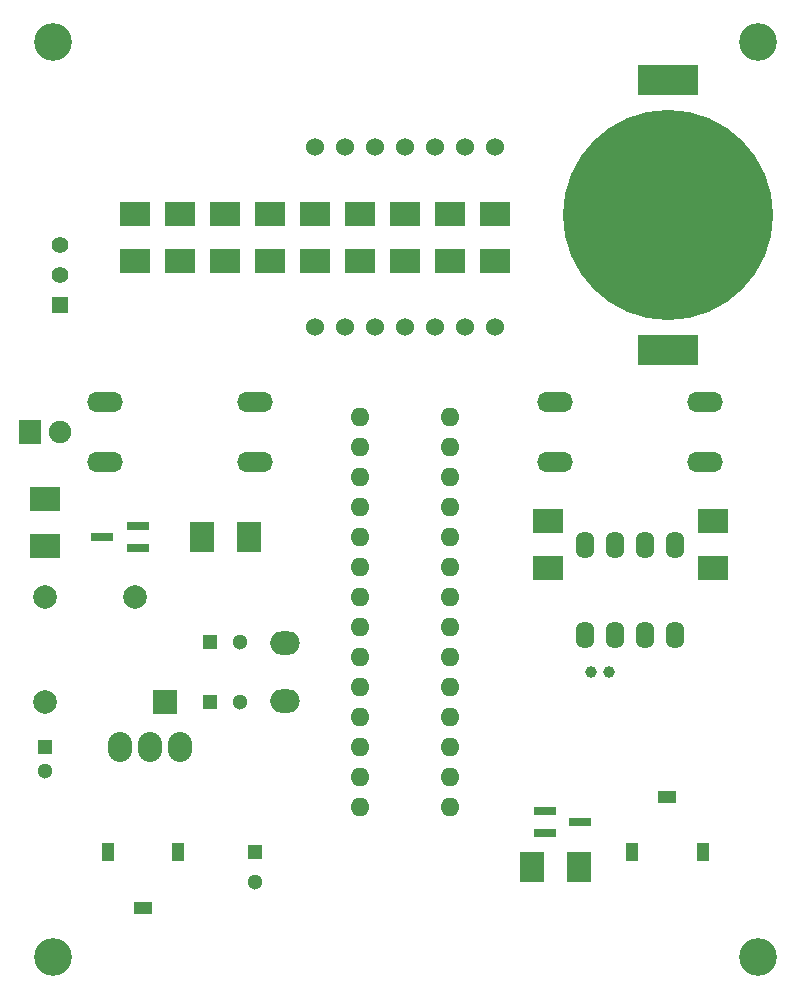
<source format=gbr>
G04 #@! TF.FileFunction,Soldermask,Bot*
%FSLAX46Y46*%
G04 Gerber Fmt 4.6, Leading zero omitted, Abs format (unit mm)*
G04 Created by KiCad (PCBNEW 4.0.5) date Sat Feb  4 13:13:31 2017*
%MOMM*%
%LPD*%
G01*
G04 APERTURE LIST*
%ADD10C,0.100000*%
%ADD11C,3.200000*%
%ADD12R,5.080000X2.540000*%
%ADD13C,17.800000*%
%ADD14O,1.600000X2.300000*%
%ADD15C,1.300000*%
%ADD16R,1.300000X1.300000*%
%ADD17C,1.998980*%
%ADD18R,1.998980X1.998980*%
%ADD19R,1.900000X2.000000*%
%ADD20C,1.900000*%
%ADD21O,1.600000X1.600000*%
%ADD22R,1.900000X0.800000*%
%ADD23R,2.000000X2.500000*%
%ADD24R,2.500000X2.000000*%
%ADD25C,2.000000*%
%ADD26R,1.397000X1.397000*%
%ADD27C,1.397000*%
%ADD28O,3.048000X1.727200*%
%ADD29O,2.032000X2.540000*%
%ADD30C,1.524000*%
%ADD31O,2.499360X1.998980*%
%ADD32C,1.000760*%
%ADD33R,1.000000X1.600000*%
%ADD34R,1.600000X1.000000*%
G04 APERTURE END LIST*
D10*
D11*
X178435000Y-88900000D03*
D12*
X170815000Y-92075000D03*
X170815000Y-114935000D03*
D13*
X170815000Y-103505000D03*
D14*
X163830000Y-139065000D03*
X166370000Y-139065000D03*
X168910000Y-139065000D03*
X171450000Y-139065000D03*
X171450000Y-131445000D03*
X168910000Y-131445000D03*
X166370000Y-131445000D03*
X163830000Y-131445000D03*
D15*
X135890000Y-159980000D03*
D16*
X135890000Y-157480000D03*
X118110000Y-148590000D03*
D15*
X118110000Y-150590000D03*
D16*
X132080000Y-139700000D03*
D15*
X134580000Y-139700000D03*
D16*
X132080000Y-144780000D03*
D15*
X134580000Y-144780000D03*
D17*
X118110000Y-144782540D03*
D18*
X128270000Y-144782540D03*
D19*
X116840000Y-121920000D03*
D20*
X119380000Y-121920000D03*
D21*
X144780000Y-120650000D03*
X144780000Y-123190000D03*
X144780000Y-125730000D03*
X144780000Y-128270000D03*
X144780000Y-130810000D03*
X144780000Y-133350000D03*
X144780000Y-135890000D03*
X144780000Y-138430000D03*
X144780000Y-140970000D03*
X144780000Y-143510000D03*
X144780000Y-146050000D03*
X144780000Y-148590000D03*
X144780000Y-151130000D03*
X144780000Y-153670000D03*
X152400000Y-153670000D03*
X152400000Y-151130000D03*
X152400000Y-148590000D03*
X152400000Y-146050000D03*
X152400000Y-143510000D03*
X152400000Y-140970000D03*
X152400000Y-138430000D03*
X152400000Y-135890000D03*
X152400000Y-133350000D03*
X152400000Y-130810000D03*
X152400000Y-128270000D03*
X152400000Y-125730000D03*
X152400000Y-123190000D03*
X152400000Y-120650000D03*
D22*
X160425000Y-155890000D03*
X160425000Y-153990000D03*
X163425000Y-154940000D03*
X125960000Y-129860000D03*
X125960000Y-131760000D03*
X122960000Y-130810000D03*
D23*
X159290000Y-158750000D03*
X163290000Y-158750000D03*
X135350000Y-130810000D03*
X131350000Y-130810000D03*
D24*
X160655000Y-133445000D03*
X160655000Y-129445000D03*
X174625000Y-133445000D03*
X174625000Y-129445000D03*
X118110000Y-131540000D03*
X118110000Y-127540000D03*
X129540000Y-107410000D03*
X129540000Y-103410000D03*
X125730000Y-107410000D03*
X125730000Y-103410000D03*
X133350000Y-107410000D03*
X133350000Y-103410000D03*
X140970000Y-107410000D03*
X140970000Y-103410000D03*
X137160000Y-107410000D03*
X137160000Y-103410000D03*
X144780000Y-107410000D03*
X144780000Y-103410000D03*
X148590000Y-107410000D03*
X148590000Y-103410000D03*
X152400000Y-107410000D03*
X152400000Y-103410000D03*
X156210000Y-107410000D03*
X156210000Y-103410000D03*
D25*
X125719840Y-135890000D03*
X118120160Y-135890000D03*
D26*
X119380000Y-111125000D03*
D27*
X119380000Y-108585000D03*
X119380000Y-106045000D03*
D28*
X135890000Y-119380000D03*
X135890000Y-124460000D03*
X123190000Y-119380000D03*
X123190000Y-124460000D03*
X173990000Y-119380000D03*
X173990000Y-124460000D03*
X161290000Y-119380000D03*
X161290000Y-124460000D03*
D29*
X127000000Y-148590000D03*
X124460000Y-148590000D03*
X129540000Y-148590000D03*
D30*
X148590000Y-97790000D03*
X151130000Y-97790000D03*
X153670000Y-97790000D03*
X156210000Y-97790000D03*
X148590000Y-113030000D03*
X151130000Y-113030000D03*
X153670000Y-113030000D03*
X156210000Y-113030000D03*
X146050000Y-97790000D03*
X143510000Y-97790000D03*
X140970000Y-97790000D03*
X140970000Y-113030000D03*
X143510000Y-113030000D03*
X146050000Y-113030000D03*
D31*
X138430000Y-144680940D03*
X138430000Y-139799060D03*
D32*
X165849300Y-142240000D03*
X164350700Y-142240000D03*
D11*
X118745000Y-88900000D03*
X118745000Y-166370000D03*
X178435000Y-166370000D03*
D33*
X167789860Y-157480000D03*
X173789340Y-157480000D03*
D34*
X170789600Y-152781000D03*
D33*
X129390140Y-157480000D03*
X123390660Y-157480000D03*
D34*
X126390400Y-162179000D03*
M02*

</source>
